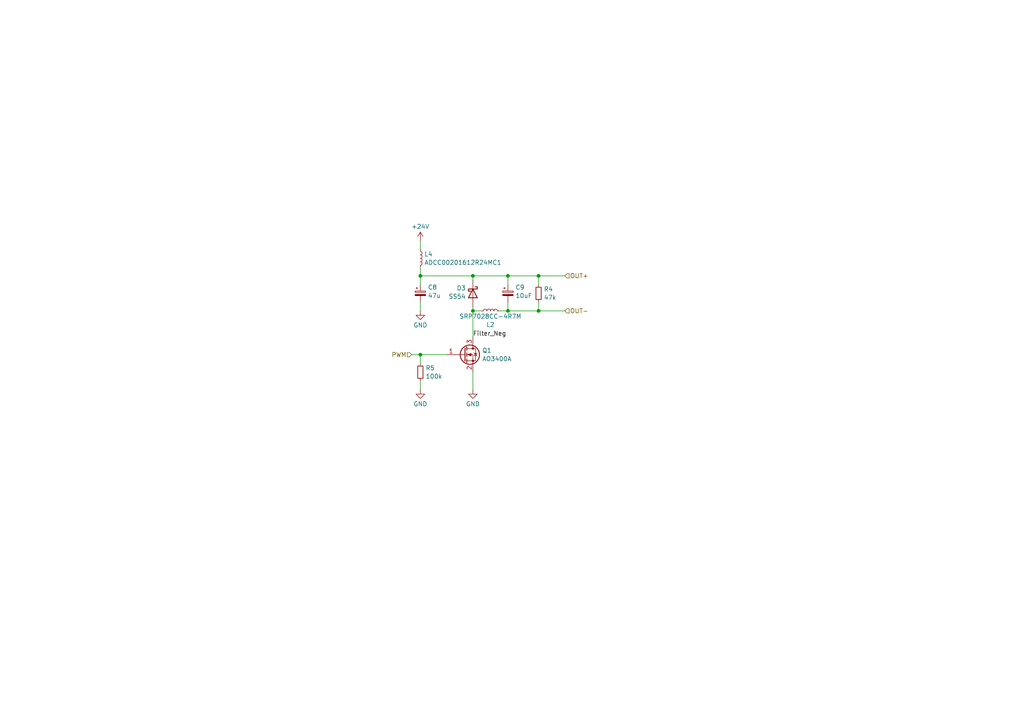
<source format=kicad_sch>
(kicad_sch (version 20230121) (generator eeschema)
  (paper "A4")
  (lib_symbols
    (symbol "Device:C_Polarized_Small" (pin_numbers hide) (pin_names (offset 0.254) hide)
      (property "Reference" "C" (at 0.254 1.778 0))
      (property "Value" "C_Polarized_Small" (at 0.254 -2.032 0))
      (symbol "C_Polarized_Small_0_1"
        (rectangle (start -1.524 -0.3048) (end 1.524 -0.6858) (fill (type outline)))
        (rectangle (start -1.524 0.6858) (end 1.524 0.3048))
        (polyline (pts (xy -1.27 1.524) (xy -0.762 1.524)))
        (polyline (pts (xy -1.016 1.27) (xy -1.016 1.778)))
      )
      (symbol "C_Polarized_Small_1_1"
        (pin passive line (at 0 2.54 270) (length 1.8542) (name "~") (number "1"))
        (pin passive line (at 0 -2.54 90) (length 1.8542) (name "~") (number "2"))
      )
    )
    (symbol "Device:L_Small" (pin_numbers hide) (pin_names (offset 0.254) hide)
      (property "Reference" "L" (at 0.762 1.016 0))
      (property "Value" "L_Small" (at 0.762 -1.016 0))
      (symbol "L_Small_0_1"
        (arc (start 0 -2.032) (mid 0.5058 -1.524) (end 0 -1.016))
        (arc (start 0 -1.016) (mid 0.5058 -0.508) (end 0 0))
        (arc (start 0 0) (mid 0.5058 0.508) (end 0 1.016))
        (arc (start 0 1.016) (mid 0.5058 1.524) (end 0 2.032))
      )
      (symbol "L_Small_1_1"
        (pin passive line (at 0 2.54 270) (length 0.508) (name "~") (number "1"))
        (pin passive line (at 0 -2.54 90) (length 0.508) (name "~") (number "2"))
      )
    )
    (symbol "Device:R_Small" (pin_numbers hide) (pin_names (offset 0.254) hide)
      (property "Reference" "R" (at 0.762 0.508 0))
      (property "Value" "R_Small" (at 0.762 -1.016 0))
      (symbol "R_Small_0_1"
        (rectangle (start -0.762 1.778) (end 0.762 -1.778) (stroke (width 0.2032)))
      )
      (symbol "R_Small_1_1"
        (pin passive line (at 0 2.54 270) (length 0.762) (name "~") (number "1"))
        (pin passive line (at 0 -2.54 90) (length 0.762) (name "~") (number "2"))
      )
    )
    (symbol "Diode:B140-E3" (pin_numbers hide) (pin_names hide)
      (property "Reference" "D" (at 0 2.54 0))
      (property "Value" "B140-E3" (at 0 -2.54 0))
      (symbol "B140-E3_0_1"
        (polyline (pts (xy 1.27 0) (xy -1.27 0)))
        (polyline (pts (xy 1.27 1.27) (xy 1.27 -1.27) (xy -1.27 0) (xy 1.27 1.27)) (stroke (width 0.254)))
        (polyline (pts (xy -1.905 0.635) (xy -1.905 1.27) (xy -1.27 1.27) (xy -1.27 -1.27) (xy -0.635 -1.27) (xy -0.635 -0.635)) (stroke (width 0.254)))
      )
      (symbol "B140-E3_1_1"
        (pin passive line (at -3.81 0 0) (length 2.54) (name "K") (number "1"))
        (pin passive line (at 3.81 0 180) (length 2.54) (name "A") (number "2"))
      )
    )
    (symbol "Transistor_FET:AO3400A" (pin_names hide)
      (property "Reference" "Q" (at 5.08 1.905 0))
      (property "Value" "AO3400A" (at 5.08 0 0))
      (symbol "AO3400A_0_1"
        (polyline (pts (xy 0.254 0) (xy -2.54 0)))
        (polyline (pts (xy 0.254 1.905) (xy 0.254 -1.905)) (stroke (width 0.254)))
        (polyline (pts (xy 0.762 -1.27) (xy 0.762 -2.286)) (stroke (width 0.254)))
        (polyline (pts (xy 0.762 0.508) (xy 0.762 -0.508)) (stroke (width 0.254)))
        (polyline (pts (xy 0.762 2.286) (xy 0.762 1.27)) (stroke (width 0.254)))
        (polyline (pts (xy 2.54 2.54) (xy 2.54 1.778)))
        (polyline (pts (xy 2.54 -2.54) (xy 2.54 0) (xy 0.762 0)))
        (polyline (pts (xy 0.762 -1.778) (xy 3.302 -1.778) (xy 3.302 1.778) (xy 0.762 1.778)))
        (polyline (pts (xy 1.016 0) (xy 2.032 0.381) (xy 2.032 -0.381) (xy 1.016 0)) (fill (type outline)))
        (polyline (pts (xy 2.794 0.508) (xy 2.921 0.381) (xy 3.683 0.381) (xy 3.81 0.254)))
        (polyline (pts (xy 3.302 0.381) (xy 2.921 -0.254) (xy 3.683 -0.254) (xy 3.302 0.381)))
        (circle (center 1.651 0) (radius 2.794) (stroke (width 0.254)))
        (circle (center 2.54 -1.778) (radius 0.254) (fill (type outline)))
        (circle (center 2.54 1.778) (radius 0.254) (fill (type outline)))
      )
      (symbol "AO3400A_1_1"
        (pin input line (at -5.08 0 0) (length 2.54) (name "G") (number "1"))
        (pin passive line (at 2.54 -5.08 90) (length 2.54) (name "S") (number "2"))
        (pin passive line (at 2.54 5.08 270) (length 2.54) (name "D") (number "3"))
      )
    )
    (symbol "power:+24V" (power) (pin_names (offset 0))
      (property "Value" "+24V" (at 0 3.556 0))
      (symbol "+24V_0_1"
        (polyline (pts (xy -0.762 1.27) (xy 0 2.54)))
        (polyline (pts (xy 0 0) (xy 0 2.54)))
        (polyline (pts (xy 0 2.54) (xy 0.762 1.27)))
      )
      (symbol "+24V_1_1"
        (pin power_in line (at 0 0 90) (length 0) hide (name "+24V") (number "1"))
      )
    )
    (symbol "power:GND" (power) (pin_names (offset 0))
      (property "Value" "GND" (at 0 -3.81 0))
      (symbol "GND_0_1"
        (polyline (pts (xy 0 0) (xy 0 -1.27) (xy 1.27 -1.27) (xy 0 -2.54) (xy -1.27 -1.27) (xy 0 -1.27)))
      )
      (symbol "GND_1_1"
        (pin power_in line (at 0 0 270) (length 0) hide (name "GND") (number "1"))
      )
    )
  )
  (junction (at 147.32 90.17))
  (junction (at 137.16 80.01))
  (junction (at 121.92 80.01))
  (junction (at 156.21 90.17))
  (junction (at 156.21 80.01))
  (junction (at 147.32 80.01))
  (junction (at 137.16 90.17))
  (junction (at 121.92 102.87))
  (wire (pts (xy 121.92 69.85) (xy 121.92 72.39)))
  (wire (pts (xy 156.21 82.55) (xy 156.21 80.01)))
  (wire (pts (xy 147.32 82.55) (xy 147.32 80.01)))
  (wire (pts (xy 119.38 102.87) (xy 121.92 102.87)))
  (wire (pts (xy 156.21 90.17) (xy 163.83 90.17)))
  (wire (pts (xy 137.16 88.9) (xy 137.16 90.17)))
  (wire (pts (xy 137.16 80.01) (xy 137.16 81.28)))
  (wire (pts (xy 147.32 80.01) (xy 137.16 80.01)))
  (wire (pts (xy 144.78 90.17) (xy 147.32 90.17)))
  (wire (pts (xy 121.92 80.01) (xy 137.16 80.01)))
  (wire (pts (xy 121.92 87.63) (xy 121.92 90.17)))
  (wire (pts (xy 156.21 80.01) (xy 147.32 80.01)))
  (wire (pts (xy 147.32 90.17) (xy 147.32 87.63)))
  (wire (pts (xy 121.92 102.87) (xy 129.54 102.87)))
  (wire (pts (xy 121.92 110.49) (xy 121.92 113.03)))
  (wire (pts (xy 156.21 87.63) (xy 156.21 90.17)))
  (wire (pts (xy 156.21 90.17) (xy 147.32 90.17)))
  (wire (pts (xy 137.16 107.95) (xy 137.16 113.03)))
  (wire (pts (xy 156.21 80.01) (xy 163.83 80.01)))
  (wire (pts (xy 137.16 90.17) (xy 137.16 97.79)))
  (wire (pts (xy 121.92 82.55) (xy 121.92 80.01)))
  (wire (pts (xy 137.16 90.17) (xy 139.7 90.17)))
  (wire (pts (xy 121.92 105.41) (xy 121.92 102.87)))
  (wire (pts (xy 121.92 77.47) (xy 121.92 80.01)))
  (label "Filter_Neg" (at 137.16 97.79 0))
  (hierarchical_label "PWM" (shape input) (at 119.38 102.87 180))
  (hierarchical_label "OUT-" (shape input) (at 163.83 90.17 0))
  (hierarchical_label "OUT+" (shape input) (at 163.83 80.01 0))
  (symbol (lib_id "Diode:B140-E3") (at 137.16 85.09 270) (unit 1)
    (property "Reference" "D3" (at 135.128 83.5604 90) (effects (justify right)))
    (property "Value" "SS54" (at 135.128 85.9846 90) (effects (justify right)))
    (property "Footprint" "Diode_SMD:D_SMA" (effects hide))
    (property "Datasheet" "http://www.vishay.com/docs/88946/b120.pdf" (effects hide))
    (property "LCSC" "C22452" (effects hide))
    (instances (project "Floalt" (path "" (reference "D3") (unit 1)) (path "" (reference "D4") (unit 1))))
  )
  (symbol (lib_id "power:GND") (at 137.16 113.03 0) (unit 1)
    (property "Reference" "#PWR020" (effects hide))
    (property "Value" "GND" (at 137.16 117.1631 0))
    (instances (project "Floalt" (path "" (reference "#PWR020") (unit 1)) (path "" (reference "#PWR024") (unit 1))))
  )
  (symbol (lib_id "Transistor_FET:AO3400A") (at 134.62 102.87 0) (unit 1)
    (property "Reference" "Q1" (at 139.827 101.6579 0) (effects (justify left)))
    (property "Value" "AO3400A" (at 139.827 104.0821 0) (effects (justify left)))
    (property "Footprint" "Package_TO_SOT_SMD:SOT-23" (effects hide))
    (property "Datasheet" "http://www.aosmd.com/pdfs/datasheet/AO3400A.pdf" (effects hide))
    (property "LCSC" "C20917" (effects hide))
    (instances (project "Floalt" (path "" (reference "Q1") (unit 1)) (path "" (reference "Q2") (unit 1))))
  )
  (symbol (lib_id "Device:R_Small") (at 121.92 107.95 0) (unit 1)
    (property "Reference" "R5" (at 123.4186 106.7379 0) (effects (justify left)))
    (property "Value" "100k" (at 123.4186 109.1621 0) (effects (justify left)))
    (property "Footprint" "Resistor_SMD:R_0402_1005Metric" (effects hide))
    (property "LCSC" "C25741" (effects hide))
    (instances (project "Floalt" (path "" (reference "R5") (unit 1)) (path "" (reference "R7") (unit 1))))
  )
  (symbol (lib_id "Device:R_Small") (at 156.21 85.09 0) (unit 1)
    (property "Reference" "R4" (at 157.7086 83.8779 0) (effects (justify left)))
    (property "Value" "47k" (at 157.7086 86.3021 0) (effects (justify left)))
    (property "Footprint" "Resistor_SMD:R_0805_2012Metric" (effects hide))
    (property "LCSC" "C17713" (effects hide))
    (instances (project "Floalt" (path "" (reference "R4") (unit 1)) (path "" (reference "R6") (unit 1))))
  )
  (symbol (lib_id "power:GND") (at 121.92 90.17 0) (unit 1)
    (property "Reference" "#PWR018" (effects hide))
    (property "Value" "GND" (at 121.92 94.3031 0))
    (instances (project "Floalt" (path "" (reference "#PWR018") (unit 1)) (path "" (reference "#PWR022") (unit 1))))
  )
  (symbol (lib_id "Device:L_Small") (at 142.24 90.17 90) (unit 1)
    (property "Reference" "L2" (at 142.24 94.1873 90))
    (property "Value" "SRP7028CC-4R7M" (at 142.24 91.7631 90))
    (property "Footprint" "Inductor_SMD:L_Bourns_SRP7028A_7.3x6.6mm" (effects hide))
    (instances (project "Floalt" (path "" (reference "L2") (unit 1)) (path "" (reference "L3") (unit 1))))
  )
  (symbol (lib_id "Device:C_Polarized_Small") (at 147.32 85.09 0) (unit 1)
    (property "Reference" "C9" (at 149.479 83.3318 0) (effects (justify left)))
    (property "Value" "10uF" (at 149.479 85.756 0) (effects (justify left)))
    (property "Footprint" "Capacitor_SMD:CP_Elec_5x5.8" (effects hide))
    (instances (project "Floalt" (path "" (reference "C9") (unit 1)) (path "" (reference "C11") (unit 1))))
  )
  (symbol (lib_id "Device:L_Small") (at 121.92 74.93 0) (unit 1)
    (property "Reference" "L4" (at 123.0608 73.7179 0) (effects (justify left)))
    (property "Value" "ADCC00201612R24MC1" (at 123.0608 76.1421 0) (effects (justify left)))
    (property "Footprint" "Inductor_SMD:L_0805_2012Metric_Pad1.15x1.40mm_HandSolder" (effects hide))
    (instances (project "Floalt" (path "" (reference "L4") (unit 1)) (path "" (reference "L5") (unit 1))))
  )
  (symbol (lib_id "power:+24V") (at 121.92 69.85 0) (unit 1)
    (property "Reference" "#PWR017" (effects hide))
    (property "Value" "+24V" (at 121.92 65.7169 0))
    (instances (project "Floalt" (path "" (reference "#PWR017") (unit 1)) (path "" (reference "#PWR021") (unit 1))))
  )
  (symbol (lib_id "power:GND") (at 121.92 113.03 0) (unit 1)
    (property "Reference" "#PWR019" (effects hide))
    (property "Value" "GND" (at 121.92 117.1631 0))
    (instances (project "Floalt" (path "" (reference "#PWR019") (unit 1)) (path "" (reference "#PWR023") (unit 1))))
  )
  (symbol (lib_id "Device:C_Polarized_Small") (at 121.92 85.09 0) (unit 1)
    (property "Reference" "C8" (at 124.079 83.3318 0) (effects (justify left)))
    (property "Value" "47u" (at 124.079 85.756 0) (effects (justify left)))
    (property "Footprint" "Capacitor_SMD:CP_Elec_6.3x5.8" (effects hide))
    (instances (project "Floalt" (path "" (reference "C8") (unit 1)) (path "" (reference "C10") (unit 1))))
  )
)
</source>
